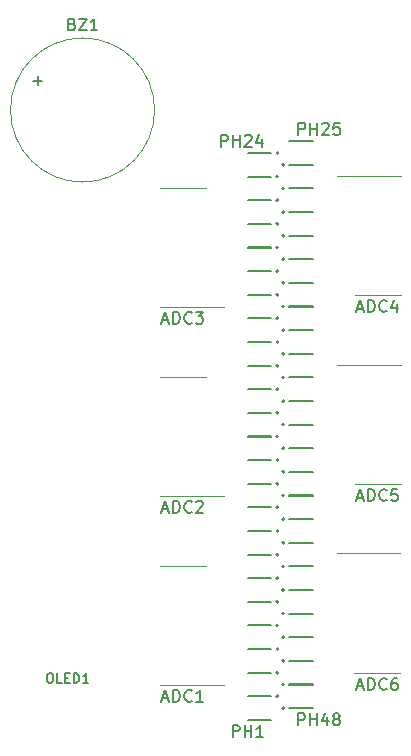
<source format=gbr>
%TF.GenerationSoftware,KiCad,Pcbnew,8.0.6*%
%TF.CreationDate,2025-01-14T16:55:08+01:00*%
%TF.ProjectId,Receptor Laser,52656365-7074-46f7-9220-4c617365722e,rev?*%
%TF.SameCoordinates,Original*%
%TF.FileFunction,Legend,Top*%
%TF.FilePolarity,Positive*%
%FSLAX46Y46*%
G04 Gerber Fmt 4.6, Leading zero omitted, Abs format (unit mm)*
G04 Created by KiCad (PCBNEW 8.0.6) date 2025-01-14 16:55:08*
%MOMM*%
%LPD*%
G01*
G04 APERTURE LIST*
%ADD10C,0.150000*%
%ADD11C,0.120000*%
%ADD12C,0.127000*%
%ADD13C,0.200000*%
G04 APERTURE END LIST*
D10*
X55253047Y-65375009D02*
X55395904Y-65422628D01*
X55395904Y-65422628D02*
X55443523Y-65470247D01*
X55443523Y-65470247D02*
X55491142Y-65565485D01*
X55491142Y-65565485D02*
X55491142Y-65708342D01*
X55491142Y-65708342D02*
X55443523Y-65803580D01*
X55443523Y-65803580D02*
X55395904Y-65851200D01*
X55395904Y-65851200D02*
X55300666Y-65898819D01*
X55300666Y-65898819D02*
X54919714Y-65898819D01*
X54919714Y-65898819D02*
X54919714Y-64898819D01*
X54919714Y-64898819D02*
X55253047Y-64898819D01*
X55253047Y-64898819D02*
X55348285Y-64946438D01*
X55348285Y-64946438D02*
X55395904Y-64994057D01*
X55395904Y-64994057D02*
X55443523Y-65089295D01*
X55443523Y-65089295D02*
X55443523Y-65184533D01*
X55443523Y-65184533D02*
X55395904Y-65279771D01*
X55395904Y-65279771D02*
X55348285Y-65327390D01*
X55348285Y-65327390D02*
X55253047Y-65375009D01*
X55253047Y-65375009D02*
X54919714Y-65375009D01*
X55824476Y-64898819D02*
X56491142Y-64898819D01*
X56491142Y-64898819D02*
X55824476Y-65898819D01*
X55824476Y-65898819D02*
X56491142Y-65898819D01*
X57395904Y-65898819D02*
X56824476Y-65898819D01*
X57110190Y-65898819D02*
X57110190Y-64898819D01*
X57110190Y-64898819D02*
X57014952Y-65041676D01*
X57014952Y-65041676D02*
X56919714Y-65136914D01*
X56919714Y-65136914D02*
X56824476Y-65184533D01*
X51943048Y-70177866D02*
X52704953Y-70177866D01*
X52324000Y-70558819D02*
X52324000Y-69796914D01*
X68858095Y-125736819D02*
X68858095Y-124736819D01*
X68858095Y-124736819D02*
X69239047Y-124736819D01*
X69239047Y-124736819D02*
X69334285Y-124784438D01*
X69334285Y-124784438D02*
X69381904Y-124832057D01*
X69381904Y-124832057D02*
X69429523Y-124927295D01*
X69429523Y-124927295D02*
X69429523Y-125070152D01*
X69429523Y-125070152D02*
X69381904Y-125165390D01*
X69381904Y-125165390D02*
X69334285Y-125213009D01*
X69334285Y-125213009D02*
X69239047Y-125260628D01*
X69239047Y-125260628D02*
X68858095Y-125260628D01*
X69858095Y-125736819D02*
X69858095Y-124736819D01*
X69858095Y-125213009D02*
X70429523Y-125213009D01*
X70429523Y-125736819D02*
X70429523Y-124736819D01*
X71429523Y-125736819D02*
X70858095Y-125736819D01*
X71143809Y-125736819D02*
X71143809Y-124736819D01*
X71143809Y-124736819D02*
X71048571Y-124879676D01*
X71048571Y-124879676D02*
X70953333Y-124974914D01*
X70953333Y-124974914D02*
X70858095Y-125022533D01*
X79405714Y-105451104D02*
X79881904Y-105451104D01*
X79310476Y-105736819D02*
X79643809Y-104736819D01*
X79643809Y-104736819D02*
X79977142Y-105736819D01*
X80310476Y-105736819D02*
X80310476Y-104736819D01*
X80310476Y-104736819D02*
X80548571Y-104736819D01*
X80548571Y-104736819D02*
X80691428Y-104784438D01*
X80691428Y-104784438D02*
X80786666Y-104879676D01*
X80786666Y-104879676D02*
X80834285Y-104974914D01*
X80834285Y-104974914D02*
X80881904Y-105165390D01*
X80881904Y-105165390D02*
X80881904Y-105308247D01*
X80881904Y-105308247D02*
X80834285Y-105498723D01*
X80834285Y-105498723D02*
X80786666Y-105593961D01*
X80786666Y-105593961D02*
X80691428Y-105689200D01*
X80691428Y-105689200D02*
X80548571Y-105736819D01*
X80548571Y-105736819D02*
X80310476Y-105736819D01*
X81881904Y-105641580D02*
X81834285Y-105689200D01*
X81834285Y-105689200D02*
X81691428Y-105736819D01*
X81691428Y-105736819D02*
X81596190Y-105736819D01*
X81596190Y-105736819D02*
X81453333Y-105689200D01*
X81453333Y-105689200D02*
X81358095Y-105593961D01*
X81358095Y-105593961D02*
X81310476Y-105498723D01*
X81310476Y-105498723D02*
X81262857Y-105308247D01*
X81262857Y-105308247D02*
X81262857Y-105165390D01*
X81262857Y-105165390D02*
X81310476Y-104974914D01*
X81310476Y-104974914D02*
X81358095Y-104879676D01*
X81358095Y-104879676D02*
X81453333Y-104784438D01*
X81453333Y-104784438D02*
X81596190Y-104736819D01*
X81596190Y-104736819D02*
X81691428Y-104736819D01*
X81691428Y-104736819D02*
X81834285Y-104784438D01*
X81834285Y-104784438D02*
X81881904Y-104832057D01*
X82786666Y-104736819D02*
X82310476Y-104736819D01*
X82310476Y-104736819D02*
X82262857Y-105213009D01*
X82262857Y-105213009D02*
X82310476Y-105165390D01*
X82310476Y-105165390D02*
X82405714Y-105117771D01*
X82405714Y-105117771D02*
X82643809Y-105117771D01*
X82643809Y-105117771D02*
X82739047Y-105165390D01*
X82739047Y-105165390D02*
X82786666Y-105213009D01*
X82786666Y-105213009D02*
X82834285Y-105308247D01*
X82834285Y-105308247D02*
X82834285Y-105546342D01*
X82834285Y-105546342D02*
X82786666Y-105641580D01*
X82786666Y-105641580D02*
X82739047Y-105689200D01*
X82739047Y-105689200D02*
X82643809Y-105736819D01*
X82643809Y-105736819D02*
X82405714Y-105736819D01*
X82405714Y-105736819D02*
X82310476Y-105689200D01*
X82310476Y-105689200D02*
X82262857Y-105641580D01*
X62905714Y-122451104D02*
X63381904Y-122451104D01*
X62810476Y-122736819D02*
X63143809Y-121736819D01*
X63143809Y-121736819D02*
X63477142Y-122736819D01*
X63810476Y-122736819D02*
X63810476Y-121736819D01*
X63810476Y-121736819D02*
X64048571Y-121736819D01*
X64048571Y-121736819D02*
X64191428Y-121784438D01*
X64191428Y-121784438D02*
X64286666Y-121879676D01*
X64286666Y-121879676D02*
X64334285Y-121974914D01*
X64334285Y-121974914D02*
X64381904Y-122165390D01*
X64381904Y-122165390D02*
X64381904Y-122308247D01*
X64381904Y-122308247D02*
X64334285Y-122498723D01*
X64334285Y-122498723D02*
X64286666Y-122593961D01*
X64286666Y-122593961D02*
X64191428Y-122689200D01*
X64191428Y-122689200D02*
X64048571Y-122736819D01*
X64048571Y-122736819D02*
X63810476Y-122736819D01*
X65381904Y-122641580D02*
X65334285Y-122689200D01*
X65334285Y-122689200D02*
X65191428Y-122736819D01*
X65191428Y-122736819D02*
X65096190Y-122736819D01*
X65096190Y-122736819D02*
X64953333Y-122689200D01*
X64953333Y-122689200D02*
X64858095Y-122593961D01*
X64858095Y-122593961D02*
X64810476Y-122498723D01*
X64810476Y-122498723D02*
X64762857Y-122308247D01*
X64762857Y-122308247D02*
X64762857Y-122165390D01*
X64762857Y-122165390D02*
X64810476Y-121974914D01*
X64810476Y-121974914D02*
X64858095Y-121879676D01*
X64858095Y-121879676D02*
X64953333Y-121784438D01*
X64953333Y-121784438D02*
X65096190Y-121736819D01*
X65096190Y-121736819D02*
X65191428Y-121736819D01*
X65191428Y-121736819D02*
X65334285Y-121784438D01*
X65334285Y-121784438D02*
X65381904Y-121832057D01*
X66334285Y-122736819D02*
X65762857Y-122736819D01*
X66048571Y-122736819D02*
X66048571Y-121736819D01*
X66048571Y-121736819D02*
X65953333Y-121879676D01*
X65953333Y-121879676D02*
X65858095Y-121974914D01*
X65858095Y-121974914D02*
X65762857Y-122022533D01*
X67881905Y-75736819D02*
X67881905Y-74736819D01*
X67881905Y-74736819D02*
X68262857Y-74736819D01*
X68262857Y-74736819D02*
X68358095Y-74784438D01*
X68358095Y-74784438D02*
X68405714Y-74832057D01*
X68405714Y-74832057D02*
X68453333Y-74927295D01*
X68453333Y-74927295D02*
X68453333Y-75070152D01*
X68453333Y-75070152D02*
X68405714Y-75165390D01*
X68405714Y-75165390D02*
X68358095Y-75213009D01*
X68358095Y-75213009D02*
X68262857Y-75260628D01*
X68262857Y-75260628D02*
X67881905Y-75260628D01*
X68881905Y-75736819D02*
X68881905Y-74736819D01*
X68881905Y-75213009D02*
X69453333Y-75213009D01*
X69453333Y-75736819D02*
X69453333Y-74736819D01*
X69881905Y-74832057D02*
X69929524Y-74784438D01*
X69929524Y-74784438D02*
X70024762Y-74736819D01*
X70024762Y-74736819D02*
X70262857Y-74736819D01*
X70262857Y-74736819D02*
X70358095Y-74784438D01*
X70358095Y-74784438D02*
X70405714Y-74832057D01*
X70405714Y-74832057D02*
X70453333Y-74927295D01*
X70453333Y-74927295D02*
X70453333Y-75022533D01*
X70453333Y-75022533D02*
X70405714Y-75165390D01*
X70405714Y-75165390D02*
X69834286Y-75736819D01*
X69834286Y-75736819D02*
X70453333Y-75736819D01*
X71310476Y-75070152D02*
X71310476Y-75736819D01*
X71072381Y-74689200D02*
X70834286Y-75403485D01*
X70834286Y-75403485D02*
X71453333Y-75403485D01*
X79405714Y-121451104D02*
X79881904Y-121451104D01*
X79310476Y-121736819D02*
X79643809Y-120736819D01*
X79643809Y-120736819D02*
X79977142Y-121736819D01*
X80310476Y-121736819D02*
X80310476Y-120736819D01*
X80310476Y-120736819D02*
X80548571Y-120736819D01*
X80548571Y-120736819D02*
X80691428Y-120784438D01*
X80691428Y-120784438D02*
X80786666Y-120879676D01*
X80786666Y-120879676D02*
X80834285Y-120974914D01*
X80834285Y-120974914D02*
X80881904Y-121165390D01*
X80881904Y-121165390D02*
X80881904Y-121308247D01*
X80881904Y-121308247D02*
X80834285Y-121498723D01*
X80834285Y-121498723D02*
X80786666Y-121593961D01*
X80786666Y-121593961D02*
X80691428Y-121689200D01*
X80691428Y-121689200D02*
X80548571Y-121736819D01*
X80548571Y-121736819D02*
X80310476Y-121736819D01*
X81881904Y-121641580D02*
X81834285Y-121689200D01*
X81834285Y-121689200D02*
X81691428Y-121736819D01*
X81691428Y-121736819D02*
X81596190Y-121736819D01*
X81596190Y-121736819D02*
X81453333Y-121689200D01*
X81453333Y-121689200D02*
X81358095Y-121593961D01*
X81358095Y-121593961D02*
X81310476Y-121498723D01*
X81310476Y-121498723D02*
X81262857Y-121308247D01*
X81262857Y-121308247D02*
X81262857Y-121165390D01*
X81262857Y-121165390D02*
X81310476Y-120974914D01*
X81310476Y-120974914D02*
X81358095Y-120879676D01*
X81358095Y-120879676D02*
X81453333Y-120784438D01*
X81453333Y-120784438D02*
X81596190Y-120736819D01*
X81596190Y-120736819D02*
X81691428Y-120736819D01*
X81691428Y-120736819D02*
X81834285Y-120784438D01*
X81834285Y-120784438D02*
X81881904Y-120832057D01*
X82739047Y-120736819D02*
X82548571Y-120736819D01*
X82548571Y-120736819D02*
X82453333Y-120784438D01*
X82453333Y-120784438D02*
X82405714Y-120832057D01*
X82405714Y-120832057D02*
X82310476Y-120974914D01*
X82310476Y-120974914D02*
X82262857Y-121165390D01*
X82262857Y-121165390D02*
X82262857Y-121546342D01*
X82262857Y-121546342D02*
X82310476Y-121641580D01*
X82310476Y-121641580D02*
X82358095Y-121689200D01*
X82358095Y-121689200D02*
X82453333Y-121736819D01*
X82453333Y-121736819D02*
X82643809Y-121736819D01*
X82643809Y-121736819D02*
X82739047Y-121689200D01*
X82739047Y-121689200D02*
X82786666Y-121641580D01*
X82786666Y-121641580D02*
X82834285Y-121546342D01*
X82834285Y-121546342D02*
X82834285Y-121308247D01*
X82834285Y-121308247D02*
X82786666Y-121213009D01*
X82786666Y-121213009D02*
X82739047Y-121165390D01*
X82739047Y-121165390D02*
X82643809Y-121117771D01*
X82643809Y-121117771D02*
X82453333Y-121117771D01*
X82453333Y-121117771D02*
X82358095Y-121165390D01*
X82358095Y-121165390D02*
X82310476Y-121213009D01*
X82310476Y-121213009D02*
X82262857Y-121308247D01*
X79405714Y-89451104D02*
X79881904Y-89451104D01*
X79310476Y-89736819D02*
X79643809Y-88736819D01*
X79643809Y-88736819D02*
X79977142Y-89736819D01*
X80310476Y-89736819D02*
X80310476Y-88736819D01*
X80310476Y-88736819D02*
X80548571Y-88736819D01*
X80548571Y-88736819D02*
X80691428Y-88784438D01*
X80691428Y-88784438D02*
X80786666Y-88879676D01*
X80786666Y-88879676D02*
X80834285Y-88974914D01*
X80834285Y-88974914D02*
X80881904Y-89165390D01*
X80881904Y-89165390D02*
X80881904Y-89308247D01*
X80881904Y-89308247D02*
X80834285Y-89498723D01*
X80834285Y-89498723D02*
X80786666Y-89593961D01*
X80786666Y-89593961D02*
X80691428Y-89689200D01*
X80691428Y-89689200D02*
X80548571Y-89736819D01*
X80548571Y-89736819D02*
X80310476Y-89736819D01*
X81881904Y-89641580D02*
X81834285Y-89689200D01*
X81834285Y-89689200D02*
X81691428Y-89736819D01*
X81691428Y-89736819D02*
X81596190Y-89736819D01*
X81596190Y-89736819D02*
X81453333Y-89689200D01*
X81453333Y-89689200D02*
X81358095Y-89593961D01*
X81358095Y-89593961D02*
X81310476Y-89498723D01*
X81310476Y-89498723D02*
X81262857Y-89308247D01*
X81262857Y-89308247D02*
X81262857Y-89165390D01*
X81262857Y-89165390D02*
X81310476Y-88974914D01*
X81310476Y-88974914D02*
X81358095Y-88879676D01*
X81358095Y-88879676D02*
X81453333Y-88784438D01*
X81453333Y-88784438D02*
X81596190Y-88736819D01*
X81596190Y-88736819D02*
X81691428Y-88736819D01*
X81691428Y-88736819D02*
X81834285Y-88784438D01*
X81834285Y-88784438D02*
X81881904Y-88832057D01*
X82739047Y-89070152D02*
X82739047Y-89736819D01*
X82500952Y-88689200D02*
X82262857Y-89403485D01*
X82262857Y-89403485D02*
X82881904Y-89403485D01*
X74381905Y-124736819D02*
X74381905Y-123736819D01*
X74381905Y-123736819D02*
X74762857Y-123736819D01*
X74762857Y-123736819D02*
X74858095Y-123784438D01*
X74858095Y-123784438D02*
X74905714Y-123832057D01*
X74905714Y-123832057D02*
X74953333Y-123927295D01*
X74953333Y-123927295D02*
X74953333Y-124070152D01*
X74953333Y-124070152D02*
X74905714Y-124165390D01*
X74905714Y-124165390D02*
X74858095Y-124213009D01*
X74858095Y-124213009D02*
X74762857Y-124260628D01*
X74762857Y-124260628D02*
X74381905Y-124260628D01*
X75381905Y-124736819D02*
X75381905Y-123736819D01*
X75381905Y-124213009D02*
X75953333Y-124213009D01*
X75953333Y-124736819D02*
X75953333Y-123736819D01*
X76858095Y-124070152D02*
X76858095Y-124736819D01*
X76620000Y-123689200D02*
X76381905Y-124403485D01*
X76381905Y-124403485D02*
X77000952Y-124403485D01*
X77524762Y-124165390D02*
X77429524Y-124117771D01*
X77429524Y-124117771D02*
X77381905Y-124070152D01*
X77381905Y-124070152D02*
X77334286Y-123974914D01*
X77334286Y-123974914D02*
X77334286Y-123927295D01*
X77334286Y-123927295D02*
X77381905Y-123832057D01*
X77381905Y-123832057D02*
X77429524Y-123784438D01*
X77429524Y-123784438D02*
X77524762Y-123736819D01*
X77524762Y-123736819D02*
X77715238Y-123736819D01*
X77715238Y-123736819D02*
X77810476Y-123784438D01*
X77810476Y-123784438D02*
X77858095Y-123832057D01*
X77858095Y-123832057D02*
X77905714Y-123927295D01*
X77905714Y-123927295D02*
X77905714Y-123974914D01*
X77905714Y-123974914D02*
X77858095Y-124070152D01*
X77858095Y-124070152D02*
X77810476Y-124117771D01*
X77810476Y-124117771D02*
X77715238Y-124165390D01*
X77715238Y-124165390D02*
X77524762Y-124165390D01*
X77524762Y-124165390D02*
X77429524Y-124213009D01*
X77429524Y-124213009D02*
X77381905Y-124260628D01*
X77381905Y-124260628D02*
X77334286Y-124355866D01*
X77334286Y-124355866D02*
X77334286Y-124546342D01*
X77334286Y-124546342D02*
X77381905Y-124641580D01*
X77381905Y-124641580D02*
X77429524Y-124689200D01*
X77429524Y-124689200D02*
X77524762Y-124736819D01*
X77524762Y-124736819D02*
X77715238Y-124736819D01*
X77715238Y-124736819D02*
X77810476Y-124689200D01*
X77810476Y-124689200D02*
X77858095Y-124641580D01*
X77858095Y-124641580D02*
X77905714Y-124546342D01*
X77905714Y-124546342D02*
X77905714Y-124355866D01*
X77905714Y-124355866D02*
X77858095Y-124260628D01*
X77858095Y-124260628D02*
X77810476Y-124213009D01*
X77810476Y-124213009D02*
X77715238Y-124165390D01*
X74416905Y-74736819D02*
X74416905Y-73736819D01*
X74416905Y-73736819D02*
X74797857Y-73736819D01*
X74797857Y-73736819D02*
X74893095Y-73784438D01*
X74893095Y-73784438D02*
X74940714Y-73832057D01*
X74940714Y-73832057D02*
X74988333Y-73927295D01*
X74988333Y-73927295D02*
X74988333Y-74070152D01*
X74988333Y-74070152D02*
X74940714Y-74165390D01*
X74940714Y-74165390D02*
X74893095Y-74213009D01*
X74893095Y-74213009D02*
X74797857Y-74260628D01*
X74797857Y-74260628D02*
X74416905Y-74260628D01*
X75416905Y-74736819D02*
X75416905Y-73736819D01*
X75416905Y-74213009D02*
X75988333Y-74213009D01*
X75988333Y-74736819D02*
X75988333Y-73736819D01*
X76416905Y-73832057D02*
X76464524Y-73784438D01*
X76464524Y-73784438D02*
X76559762Y-73736819D01*
X76559762Y-73736819D02*
X76797857Y-73736819D01*
X76797857Y-73736819D02*
X76893095Y-73784438D01*
X76893095Y-73784438D02*
X76940714Y-73832057D01*
X76940714Y-73832057D02*
X76988333Y-73927295D01*
X76988333Y-73927295D02*
X76988333Y-74022533D01*
X76988333Y-74022533D02*
X76940714Y-74165390D01*
X76940714Y-74165390D02*
X76369286Y-74736819D01*
X76369286Y-74736819D02*
X76988333Y-74736819D01*
X77893095Y-73736819D02*
X77416905Y-73736819D01*
X77416905Y-73736819D02*
X77369286Y-74213009D01*
X77369286Y-74213009D02*
X77416905Y-74165390D01*
X77416905Y-74165390D02*
X77512143Y-74117771D01*
X77512143Y-74117771D02*
X77750238Y-74117771D01*
X77750238Y-74117771D02*
X77845476Y-74165390D01*
X77845476Y-74165390D02*
X77893095Y-74213009D01*
X77893095Y-74213009D02*
X77940714Y-74308247D01*
X77940714Y-74308247D02*
X77940714Y-74546342D01*
X77940714Y-74546342D02*
X77893095Y-74641580D01*
X77893095Y-74641580D02*
X77845476Y-74689200D01*
X77845476Y-74689200D02*
X77750238Y-74736819D01*
X77750238Y-74736819D02*
X77512143Y-74736819D01*
X77512143Y-74736819D02*
X77416905Y-74689200D01*
X77416905Y-74689200D02*
X77369286Y-74641580D01*
X62905714Y-90451104D02*
X63381904Y-90451104D01*
X62810476Y-90736819D02*
X63143809Y-89736819D01*
X63143809Y-89736819D02*
X63477142Y-90736819D01*
X63810476Y-90736819D02*
X63810476Y-89736819D01*
X63810476Y-89736819D02*
X64048571Y-89736819D01*
X64048571Y-89736819D02*
X64191428Y-89784438D01*
X64191428Y-89784438D02*
X64286666Y-89879676D01*
X64286666Y-89879676D02*
X64334285Y-89974914D01*
X64334285Y-89974914D02*
X64381904Y-90165390D01*
X64381904Y-90165390D02*
X64381904Y-90308247D01*
X64381904Y-90308247D02*
X64334285Y-90498723D01*
X64334285Y-90498723D02*
X64286666Y-90593961D01*
X64286666Y-90593961D02*
X64191428Y-90689200D01*
X64191428Y-90689200D02*
X64048571Y-90736819D01*
X64048571Y-90736819D02*
X63810476Y-90736819D01*
X65381904Y-90641580D02*
X65334285Y-90689200D01*
X65334285Y-90689200D02*
X65191428Y-90736819D01*
X65191428Y-90736819D02*
X65096190Y-90736819D01*
X65096190Y-90736819D02*
X64953333Y-90689200D01*
X64953333Y-90689200D02*
X64858095Y-90593961D01*
X64858095Y-90593961D02*
X64810476Y-90498723D01*
X64810476Y-90498723D02*
X64762857Y-90308247D01*
X64762857Y-90308247D02*
X64762857Y-90165390D01*
X64762857Y-90165390D02*
X64810476Y-89974914D01*
X64810476Y-89974914D02*
X64858095Y-89879676D01*
X64858095Y-89879676D02*
X64953333Y-89784438D01*
X64953333Y-89784438D02*
X65096190Y-89736819D01*
X65096190Y-89736819D02*
X65191428Y-89736819D01*
X65191428Y-89736819D02*
X65334285Y-89784438D01*
X65334285Y-89784438D02*
X65381904Y-89832057D01*
X65715238Y-89736819D02*
X66334285Y-89736819D01*
X66334285Y-89736819D02*
X66000952Y-90117771D01*
X66000952Y-90117771D02*
X66143809Y-90117771D01*
X66143809Y-90117771D02*
X66239047Y-90165390D01*
X66239047Y-90165390D02*
X66286666Y-90213009D01*
X66286666Y-90213009D02*
X66334285Y-90308247D01*
X66334285Y-90308247D02*
X66334285Y-90546342D01*
X66334285Y-90546342D02*
X66286666Y-90641580D01*
X66286666Y-90641580D02*
X66239047Y-90689200D01*
X66239047Y-90689200D02*
X66143809Y-90736819D01*
X66143809Y-90736819D02*
X65858095Y-90736819D01*
X65858095Y-90736819D02*
X65762857Y-90689200D01*
X65762857Y-90689200D02*
X65715238Y-90641580D01*
X53296457Y-120332416D02*
X53451276Y-120332416D01*
X53451276Y-120332416D02*
X53528686Y-120371121D01*
X53528686Y-120371121D02*
X53606095Y-120448531D01*
X53606095Y-120448531D02*
X53644800Y-120603350D01*
X53644800Y-120603350D02*
X53644800Y-120874283D01*
X53644800Y-120874283D02*
X53606095Y-121029102D01*
X53606095Y-121029102D02*
X53528686Y-121106512D01*
X53528686Y-121106512D02*
X53451276Y-121145216D01*
X53451276Y-121145216D02*
X53296457Y-121145216D01*
X53296457Y-121145216D02*
X53219048Y-121106512D01*
X53219048Y-121106512D02*
X53141638Y-121029102D01*
X53141638Y-121029102D02*
X53102934Y-120874283D01*
X53102934Y-120874283D02*
X53102934Y-120603350D01*
X53102934Y-120603350D02*
X53141638Y-120448531D01*
X53141638Y-120448531D02*
X53219048Y-120371121D01*
X53219048Y-120371121D02*
X53296457Y-120332416D01*
X54380191Y-121145216D02*
X53993143Y-121145216D01*
X53993143Y-121145216D02*
X53993143Y-120332416D01*
X54651124Y-120719464D02*
X54922058Y-120719464D01*
X55038172Y-121145216D02*
X54651124Y-121145216D01*
X54651124Y-121145216D02*
X54651124Y-120332416D01*
X54651124Y-120332416D02*
X55038172Y-120332416D01*
X55386514Y-121145216D02*
X55386514Y-120332416D01*
X55386514Y-120332416D02*
X55580038Y-120332416D01*
X55580038Y-120332416D02*
X55696152Y-120371121D01*
X55696152Y-120371121D02*
X55773562Y-120448531D01*
X55773562Y-120448531D02*
X55812267Y-120525940D01*
X55812267Y-120525940D02*
X55850971Y-120680759D01*
X55850971Y-120680759D02*
X55850971Y-120796873D01*
X55850971Y-120796873D02*
X55812267Y-120951692D01*
X55812267Y-120951692D02*
X55773562Y-121029102D01*
X55773562Y-121029102D02*
X55696152Y-121106512D01*
X55696152Y-121106512D02*
X55580038Y-121145216D01*
X55580038Y-121145216D02*
X55386514Y-121145216D01*
X56625067Y-121145216D02*
X56160610Y-121145216D01*
X56392838Y-121145216D02*
X56392838Y-120332416D01*
X56392838Y-120332416D02*
X56315429Y-120448531D01*
X56315429Y-120448531D02*
X56238019Y-120525940D01*
X56238019Y-120525940D02*
X56160610Y-120564645D01*
X62905714Y-106451104D02*
X63381904Y-106451104D01*
X62810476Y-106736819D02*
X63143809Y-105736819D01*
X63143809Y-105736819D02*
X63477142Y-106736819D01*
X63810476Y-106736819D02*
X63810476Y-105736819D01*
X63810476Y-105736819D02*
X64048571Y-105736819D01*
X64048571Y-105736819D02*
X64191428Y-105784438D01*
X64191428Y-105784438D02*
X64286666Y-105879676D01*
X64286666Y-105879676D02*
X64334285Y-105974914D01*
X64334285Y-105974914D02*
X64381904Y-106165390D01*
X64381904Y-106165390D02*
X64381904Y-106308247D01*
X64381904Y-106308247D02*
X64334285Y-106498723D01*
X64334285Y-106498723D02*
X64286666Y-106593961D01*
X64286666Y-106593961D02*
X64191428Y-106689200D01*
X64191428Y-106689200D02*
X64048571Y-106736819D01*
X64048571Y-106736819D02*
X63810476Y-106736819D01*
X65381904Y-106641580D02*
X65334285Y-106689200D01*
X65334285Y-106689200D02*
X65191428Y-106736819D01*
X65191428Y-106736819D02*
X65096190Y-106736819D01*
X65096190Y-106736819D02*
X64953333Y-106689200D01*
X64953333Y-106689200D02*
X64858095Y-106593961D01*
X64858095Y-106593961D02*
X64810476Y-106498723D01*
X64810476Y-106498723D02*
X64762857Y-106308247D01*
X64762857Y-106308247D02*
X64762857Y-106165390D01*
X64762857Y-106165390D02*
X64810476Y-105974914D01*
X64810476Y-105974914D02*
X64858095Y-105879676D01*
X64858095Y-105879676D02*
X64953333Y-105784438D01*
X64953333Y-105784438D02*
X65096190Y-105736819D01*
X65096190Y-105736819D02*
X65191428Y-105736819D01*
X65191428Y-105736819D02*
X65334285Y-105784438D01*
X65334285Y-105784438D02*
X65381904Y-105832057D01*
X65762857Y-105832057D02*
X65810476Y-105784438D01*
X65810476Y-105784438D02*
X65905714Y-105736819D01*
X65905714Y-105736819D02*
X66143809Y-105736819D01*
X66143809Y-105736819D02*
X66239047Y-105784438D01*
X66239047Y-105784438D02*
X66286666Y-105832057D01*
X66286666Y-105832057D02*
X66334285Y-105927295D01*
X66334285Y-105927295D02*
X66334285Y-106022533D01*
X66334285Y-106022533D02*
X66286666Y-106165390D01*
X66286666Y-106165390D02*
X65715238Y-106736819D01*
X65715238Y-106736819D02*
X66334285Y-106736819D01*
D11*
%TO.C,BZ1*%
X62234000Y-72644000D02*
G75*
G02*
X50034000Y-72644000I-6100000J0D01*
G01*
X50034000Y-72644000D02*
G75*
G02*
X62234000Y-72644000I6100000J0D01*
G01*
D12*
%TO.C,PH43*%
X73620000Y-111277000D02*
X75620000Y-111277000D01*
X75620000Y-113287000D02*
X73620000Y-113287000D01*
D13*
X72720000Y-112282000D02*
G75*
G02*
X72520000Y-112282000I-100000J0D01*
G01*
X72520000Y-112282000D02*
G75*
G02*
X72720000Y-112282000I100000J0D01*
G01*
D12*
%TO.C,PH40*%
X73620000Y-105277000D02*
X75620000Y-105277000D01*
X75620000Y-107287000D02*
X73620000Y-107287000D01*
D13*
X72720000Y-106282000D02*
G75*
G02*
X72520000Y-106282000I-100000J0D01*
G01*
X72520000Y-106282000D02*
G75*
G02*
X72720000Y-106282000I100000J0D01*
G01*
D12*
%TO.C,PH11*%
X70120000Y-102277000D02*
X72120000Y-102277000D01*
X72120000Y-104287000D02*
X70120000Y-104287000D01*
D13*
X73220000Y-103282000D02*
G75*
G02*
X73020000Y-103282000I-100000J0D01*
G01*
X73020000Y-103282000D02*
G75*
G02*
X73220000Y-103282000I100000J0D01*
G01*
D12*
%TO.C,PH8*%
X70120000Y-108277000D02*
X72120000Y-108277000D01*
X72120000Y-110287000D02*
X70120000Y-110287000D01*
D13*
X73220000Y-109282000D02*
G75*
G02*
X73020000Y-109282000I-100000J0D01*
G01*
X73020000Y-109282000D02*
G75*
G02*
X73220000Y-109282000I100000J0D01*
G01*
D12*
%TO.C,PH2*%
X70120000Y-120277000D02*
X72120000Y-120277000D01*
X72120000Y-122287000D02*
X70120000Y-122287000D01*
D13*
X73220000Y-121282000D02*
G75*
G02*
X73020000Y-121282000I-100000J0D01*
G01*
X73020000Y-121282000D02*
G75*
G02*
X73220000Y-121282000I100000J0D01*
G01*
D12*
%TO.C,PH10*%
X70120000Y-104277000D02*
X72120000Y-104277000D01*
X72120000Y-106287000D02*
X70120000Y-106287000D01*
D13*
X73220000Y-105282000D02*
G75*
G02*
X73020000Y-105282000I-100000J0D01*
G01*
X73020000Y-105282000D02*
G75*
G02*
X73220000Y-105282000I100000J0D01*
G01*
D12*
%TO.C,PH27*%
X73620000Y-79277000D02*
X75620000Y-79277000D01*
X75620000Y-81287000D02*
X73620000Y-81287000D01*
D13*
X72720000Y-80282000D02*
G75*
G02*
X72520000Y-80282000I-100000J0D01*
G01*
X72520000Y-80282000D02*
G75*
G02*
X72720000Y-80282000I100000J0D01*
G01*
D12*
%TO.C,PH31*%
X73620000Y-87277000D02*
X75620000Y-87277000D01*
X75620000Y-89287000D02*
X73620000Y-89287000D01*
D13*
X72720000Y-88282000D02*
G75*
G02*
X72520000Y-88282000I-100000J0D01*
G01*
X72520000Y-88282000D02*
G75*
G02*
X72720000Y-88282000I100000J0D01*
G01*
D12*
%TO.C,PH34*%
X73620000Y-93277000D02*
X75620000Y-93277000D01*
X75620000Y-95287000D02*
X73620000Y-95287000D01*
D13*
X72720000Y-94282000D02*
G75*
G02*
X72520000Y-94282000I-100000J0D01*
G01*
X72520000Y-94282000D02*
G75*
G02*
X72720000Y-94282000I100000J0D01*
G01*
D12*
%TO.C,PH29*%
X73620000Y-83277000D02*
X75620000Y-83277000D01*
X75620000Y-85287000D02*
X73620000Y-85287000D01*
D13*
X72720000Y-84282000D02*
G75*
G02*
X72520000Y-84282000I-100000J0D01*
G01*
X72520000Y-84282000D02*
G75*
G02*
X72720000Y-84282000I100000J0D01*
G01*
D12*
%TO.C,PH20*%
X70120000Y-84277000D02*
X72120000Y-84277000D01*
X72120000Y-86287000D02*
X70120000Y-86287000D01*
D13*
X73220000Y-85282000D02*
G75*
G02*
X73020000Y-85282000I-100000J0D01*
G01*
X73020000Y-85282000D02*
G75*
G02*
X73220000Y-85282000I100000J0D01*
G01*
D12*
%TO.C,PH30*%
X73620000Y-85277000D02*
X75620000Y-85277000D01*
X75620000Y-87287000D02*
X73620000Y-87287000D01*
D13*
X72720000Y-86282000D02*
G75*
G02*
X72520000Y-86282000I-100000J0D01*
G01*
X72520000Y-86282000D02*
G75*
G02*
X72720000Y-86282000I100000J0D01*
G01*
D12*
%TO.C,PH17*%
X70120000Y-90277000D02*
X72120000Y-90277000D01*
X72120000Y-92287000D02*
X70120000Y-92287000D01*
D13*
X73220000Y-91282000D02*
G75*
G02*
X73020000Y-91282000I-100000J0D01*
G01*
X73020000Y-91282000D02*
G75*
G02*
X73220000Y-91282000I100000J0D01*
G01*
D12*
%TO.C,PH1*%
X70120000Y-122277000D02*
X72120000Y-122277000D01*
X72120000Y-124287000D02*
X70120000Y-124287000D01*
D13*
X73220000Y-123282000D02*
G75*
G02*
X73020000Y-123282000I-100000J0D01*
G01*
X73020000Y-123282000D02*
G75*
G02*
X73220000Y-123282000I100000J0D01*
G01*
D11*
%TO.C,ADC5*%
X81120000Y-94222000D02*
X77670000Y-94222000D01*
X81120000Y-94222000D02*
X83070000Y-94222000D01*
X81120000Y-104342000D02*
X79170000Y-104342000D01*
X81120000Y-104342000D02*
X83070000Y-104342000D01*
D12*
%TO.C,PH4*%
X70120000Y-116277000D02*
X72120000Y-116277000D01*
X72120000Y-118287000D02*
X70120000Y-118287000D01*
D13*
X73220000Y-117282000D02*
G75*
G02*
X73020000Y-117282000I-100000J0D01*
G01*
X73020000Y-117282000D02*
G75*
G02*
X73220000Y-117282000I100000J0D01*
G01*
D12*
%TO.C,PH39*%
X73620000Y-103277000D02*
X75620000Y-103277000D01*
X75620000Y-105287000D02*
X73620000Y-105287000D01*
D13*
X72720000Y-104282000D02*
G75*
G02*
X72520000Y-104282000I-100000J0D01*
G01*
X72520000Y-104282000D02*
G75*
G02*
X72720000Y-104282000I100000J0D01*
G01*
D12*
%TO.C,PH47*%
X73620000Y-119277000D02*
X75620000Y-119277000D01*
X75620000Y-121287000D02*
X73620000Y-121287000D01*
D13*
X72720000Y-120282000D02*
G75*
G02*
X72520000Y-120282000I-100000J0D01*
G01*
X72520000Y-120282000D02*
G75*
G02*
X72720000Y-120282000I100000J0D01*
G01*
D12*
%TO.C,PH36*%
X73620000Y-97277000D02*
X75620000Y-97277000D01*
X75620000Y-99287000D02*
X73620000Y-99287000D01*
D13*
X72720000Y-98282000D02*
G75*
G02*
X72520000Y-98282000I-100000J0D01*
G01*
X72520000Y-98282000D02*
G75*
G02*
X72720000Y-98282000I100000J0D01*
G01*
D12*
%TO.C,PH28*%
X73620000Y-81277000D02*
X75620000Y-81277000D01*
X75620000Y-83287000D02*
X73620000Y-83287000D01*
D13*
X72720000Y-82282000D02*
G75*
G02*
X72520000Y-82282000I-100000J0D01*
G01*
X72520000Y-82282000D02*
G75*
G02*
X72720000Y-82282000I100000J0D01*
G01*
D12*
%TO.C,PH3*%
X70120000Y-118277000D02*
X72120000Y-118277000D01*
X72120000Y-120287000D02*
X70120000Y-120287000D01*
D13*
X73220000Y-119282000D02*
G75*
G02*
X73020000Y-119282000I-100000J0D01*
G01*
X73020000Y-119282000D02*
G75*
G02*
X73220000Y-119282000I100000J0D01*
G01*
D12*
%TO.C,PH26*%
X73585000Y-77277000D02*
X75585000Y-77277000D01*
X75585000Y-79287000D02*
X73585000Y-79287000D01*
D13*
X72685000Y-78282000D02*
G75*
G02*
X72485000Y-78282000I-100000J0D01*
G01*
X72485000Y-78282000D02*
G75*
G02*
X72685000Y-78282000I100000J0D01*
G01*
D12*
%TO.C,PH12*%
X70120000Y-100277000D02*
X72120000Y-100277000D01*
X72120000Y-102287000D02*
X70120000Y-102287000D01*
D13*
X73220000Y-101282000D02*
G75*
G02*
X73020000Y-101282000I-100000J0D01*
G01*
X73020000Y-101282000D02*
G75*
G02*
X73220000Y-101282000I100000J0D01*
G01*
D11*
%TO.C,ADC1*%
X64620000Y-111222000D02*
X62670000Y-111222000D01*
X64620000Y-111222000D02*
X66570000Y-111222000D01*
X64620000Y-121342000D02*
X62670000Y-121342000D01*
X64620000Y-121342000D02*
X68070000Y-121342000D01*
D12*
%TO.C,PH13*%
X70120000Y-98277000D02*
X72120000Y-98277000D01*
X72120000Y-100287000D02*
X70120000Y-100287000D01*
D13*
X73220000Y-99282000D02*
G75*
G02*
X73020000Y-99282000I-100000J0D01*
G01*
X73020000Y-99282000D02*
G75*
G02*
X73220000Y-99282000I100000J0D01*
G01*
D12*
%TO.C,PH6*%
X70120000Y-112277000D02*
X72120000Y-112277000D01*
X72120000Y-114287000D02*
X70120000Y-114287000D01*
D13*
X73220000Y-113282000D02*
G75*
G02*
X73020000Y-113282000I-100000J0D01*
G01*
X73020000Y-113282000D02*
G75*
G02*
X73220000Y-113282000I100000J0D01*
G01*
D12*
%TO.C,PH32*%
X73620000Y-89277000D02*
X75620000Y-89277000D01*
X75620000Y-91287000D02*
X73620000Y-91287000D01*
D13*
X72720000Y-90282000D02*
G75*
G02*
X72520000Y-90282000I-100000J0D01*
G01*
X72520000Y-90282000D02*
G75*
G02*
X72720000Y-90282000I100000J0D01*
G01*
D12*
%TO.C,PH24*%
X70120000Y-76277000D02*
X72120000Y-76277000D01*
X72120000Y-78287000D02*
X70120000Y-78287000D01*
D13*
X73220000Y-77282000D02*
G75*
G02*
X73020000Y-77282000I-100000J0D01*
G01*
X73020000Y-77282000D02*
G75*
G02*
X73220000Y-77282000I100000J0D01*
G01*
D12*
%TO.C,PH5*%
X70120000Y-114277000D02*
X72120000Y-114277000D01*
X72120000Y-116287000D02*
X70120000Y-116287000D01*
D13*
X73220000Y-115282000D02*
G75*
G02*
X73020000Y-115282000I-100000J0D01*
G01*
X73020000Y-115282000D02*
G75*
G02*
X73220000Y-115282000I100000J0D01*
G01*
D12*
%TO.C,PH19*%
X70120000Y-86277000D02*
X72120000Y-86277000D01*
X72120000Y-88287000D02*
X70120000Y-88287000D01*
D13*
X73220000Y-87282000D02*
G75*
G02*
X73020000Y-87282000I-100000J0D01*
G01*
X73020000Y-87282000D02*
G75*
G02*
X73220000Y-87282000I100000J0D01*
G01*
D12*
%TO.C,PH14*%
X70120000Y-96277000D02*
X72120000Y-96277000D01*
X72120000Y-98287000D02*
X70120000Y-98287000D01*
D13*
X73220000Y-97282000D02*
G75*
G02*
X73020000Y-97282000I-100000J0D01*
G01*
X73020000Y-97282000D02*
G75*
G02*
X73220000Y-97282000I100000J0D01*
G01*
D12*
%TO.C,PH16*%
X70120000Y-92277000D02*
X72120000Y-92277000D01*
X72120000Y-94287000D02*
X70120000Y-94287000D01*
D13*
X73220000Y-93282000D02*
G75*
G02*
X73020000Y-93282000I-100000J0D01*
G01*
X73020000Y-93282000D02*
G75*
G02*
X73220000Y-93282000I100000J0D01*
G01*
D11*
%TO.C,ADC6*%
X81095000Y-110167000D02*
X77645000Y-110167000D01*
X81095000Y-110167000D02*
X83045000Y-110167000D01*
X81095000Y-120287000D02*
X79145000Y-120287000D01*
X81095000Y-120287000D02*
X83045000Y-120287000D01*
D12*
%TO.C,PH42*%
X73620000Y-109277000D02*
X75620000Y-109277000D01*
X75620000Y-111287000D02*
X73620000Y-111287000D01*
D13*
X72720000Y-110282000D02*
G75*
G02*
X72520000Y-110282000I-100000J0D01*
G01*
X72520000Y-110282000D02*
G75*
G02*
X72720000Y-110282000I100000J0D01*
G01*
D11*
%TO.C,ADC4*%
X81120000Y-78222000D02*
X77670000Y-78222000D01*
X81120000Y-78222000D02*
X83070000Y-78222000D01*
X81120000Y-88342000D02*
X79170000Y-88342000D01*
X81120000Y-88342000D02*
X83070000Y-88342000D01*
D12*
%TO.C,PH35*%
X73620000Y-95277000D02*
X75620000Y-95277000D01*
X75620000Y-97287000D02*
X73620000Y-97287000D01*
D13*
X72720000Y-96282000D02*
G75*
G02*
X72520000Y-96282000I-100000J0D01*
G01*
X72520000Y-96282000D02*
G75*
G02*
X72720000Y-96282000I100000J0D01*
G01*
D12*
%TO.C,PH48*%
X73620000Y-121277000D02*
X75620000Y-121277000D01*
X75620000Y-123287000D02*
X73620000Y-123287000D01*
D13*
X72720000Y-122282000D02*
G75*
G02*
X72520000Y-122282000I-100000J0D01*
G01*
X72520000Y-122282000D02*
G75*
G02*
X72720000Y-122282000I100000J0D01*
G01*
D12*
%TO.C,PH41*%
X73620000Y-107277000D02*
X75620000Y-107277000D01*
X75620000Y-109287000D02*
X73620000Y-109287000D01*
D13*
X72720000Y-108282000D02*
G75*
G02*
X72520000Y-108282000I-100000J0D01*
G01*
X72520000Y-108282000D02*
G75*
G02*
X72720000Y-108282000I100000J0D01*
G01*
D12*
%TO.C,PH38*%
X73620000Y-101277000D02*
X75620000Y-101277000D01*
X75620000Y-103287000D02*
X73620000Y-103287000D01*
D13*
X72720000Y-102282000D02*
G75*
G02*
X72520000Y-102282000I-100000J0D01*
G01*
X72520000Y-102282000D02*
G75*
G02*
X72720000Y-102282000I100000J0D01*
G01*
D12*
%TO.C,PH25*%
X73620000Y-75277000D02*
X75620000Y-75277000D01*
X75620000Y-77287000D02*
X73620000Y-77287000D01*
D13*
X72720000Y-76282000D02*
G75*
G02*
X72520000Y-76282000I-100000J0D01*
G01*
X72520000Y-76282000D02*
G75*
G02*
X72720000Y-76282000I100000J0D01*
G01*
D12*
%TO.C,PH21*%
X70120000Y-82277000D02*
X72120000Y-82277000D01*
X72120000Y-84287000D02*
X70120000Y-84287000D01*
D13*
X73220000Y-83282000D02*
G75*
G02*
X73020000Y-83282000I-100000J0D01*
G01*
X73020000Y-83282000D02*
G75*
G02*
X73220000Y-83282000I100000J0D01*
G01*
D12*
%TO.C,PH15*%
X70120000Y-94277000D02*
X72120000Y-94277000D01*
X72120000Y-96287000D02*
X70120000Y-96287000D01*
D13*
X73220000Y-95282000D02*
G75*
G02*
X73020000Y-95282000I-100000J0D01*
G01*
X73020000Y-95282000D02*
G75*
G02*
X73220000Y-95282000I100000J0D01*
G01*
D11*
%TO.C,ADC3*%
X64645000Y-79222000D02*
X62695000Y-79222000D01*
X64645000Y-79222000D02*
X66595000Y-79222000D01*
X64645000Y-89342000D02*
X62695000Y-89342000D01*
X64645000Y-89342000D02*
X68095000Y-89342000D01*
D12*
%TO.C,PH44*%
X73620000Y-113277000D02*
X75620000Y-113277000D01*
X75620000Y-115287000D02*
X73620000Y-115287000D01*
D13*
X72720000Y-114282000D02*
G75*
G02*
X72520000Y-114282000I-100000J0D01*
G01*
X72520000Y-114282000D02*
G75*
G02*
X72720000Y-114282000I100000J0D01*
G01*
D12*
%TO.C,PH7*%
X70120000Y-110277000D02*
X72120000Y-110277000D01*
X72120000Y-112287000D02*
X70120000Y-112287000D01*
D13*
X73220000Y-111282000D02*
G75*
G02*
X73020000Y-111282000I-100000J0D01*
G01*
X73020000Y-111282000D02*
G75*
G02*
X73220000Y-111282000I100000J0D01*
G01*
D12*
%TO.C,PH18*%
X70120000Y-88277000D02*
X72120000Y-88277000D01*
X72120000Y-90287000D02*
X70120000Y-90287000D01*
D13*
X73220000Y-89282000D02*
G75*
G02*
X73020000Y-89282000I-100000J0D01*
G01*
X73020000Y-89282000D02*
G75*
G02*
X73220000Y-89282000I100000J0D01*
G01*
D12*
%TO.C,PH37*%
X73620000Y-99277000D02*
X75620000Y-99277000D01*
X75620000Y-101287000D02*
X73620000Y-101287000D01*
D13*
X72720000Y-100282000D02*
G75*
G02*
X72520000Y-100282000I-100000J0D01*
G01*
X72520000Y-100282000D02*
G75*
G02*
X72720000Y-100282000I100000J0D01*
G01*
D12*
%TO.C,PH46*%
X73620000Y-117277000D02*
X75620000Y-117277000D01*
X75620000Y-119287000D02*
X73620000Y-119287000D01*
D13*
X72720000Y-118282000D02*
G75*
G02*
X72520000Y-118282000I-100000J0D01*
G01*
X72520000Y-118282000D02*
G75*
G02*
X72720000Y-118282000I100000J0D01*
G01*
D12*
%TO.C,PH22*%
X70120000Y-80277000D02*
X72120000Y-80277000D01*
X72120000Y-82287000D02*
X70120000Y-82287000D01*
D13*
X73220000Y-81282000D02*
G75*
G02*
X73020000Y-81282000I-100000J0D01*
G01*
X73020000Y-81282000D02*
G75*
G02*
X73220000Y-81282000I100000J0D01*
G01*
D12*
%TO.C,PH23*%
X70120000Y-78277000D02*
X72120000Y-78277000D01*
X72120000Y-80287000D02*
X70120000Y-80287000D01*
D13*
X73220000Y-79282000D02*
G75*
G02*
X73020000Y-79282000I-100000J0D01*
G01*
X73020000Y-79282000D02*
G75*
G02*
X73220000Y-79282000I100000J0D01*
G01*
D12*
%TO.C,PH9*%
X70120000Y-106277000D02*
X72120000Y-106277000D01*
X72120000Y-108287000D02*
X70120000Y-108287000D01*
D13*
X73220000Y-107282000D02*
G75*
G02*
X73020000Y-107282000I-100000J0D01*
G01*
X73020000Y-107282000D02*
G75*
G02*
X73220000Y-107282000I100000J0D01*
G01*
D12*
%TO.C,PH45*%
X73585000Y-115277000D02*
X75585000Y-115277000D01*
X75585000Y-117287000D02*
X73585000Y-117287000D01*
D13*
X72685000Y-116282000D02*
G75*
G02*
X72485000Y-116282000I-100000J0D01*
G01*
X72485000Y-116282000D02*
G75*
G02*
X72685000Y-116282000I100000J0D01*
G01*
D12*
%TO.C,PH33*%
X73620000Y-91277000D02*
X75620000Y-91277000D01*
X75620000Y-93287000D02*
X73620000Y-93287000D01*
D13*
X72720000Y-92282000D02*
G75*
G02*
X72520000Y-92282000I-100000J0D01*
G01*
X72520000Y-92282000D02*
G75*
G02*
X72720000Y-92282000I100000J0D01*
G01*
D11*
%TO.C,ADC2*%
X64620000Y-95222000D02*
X62670000Y-95222000D01*
X64620000Y-95222000D02*
X66570000Y-95222000D01*
X64620000Y-105342000D02*
X62670000Y-105342000D01*
X64620000Y-105342000D02*
X68070000Y-105342000D01*
%TD*%
M02*

</source>
